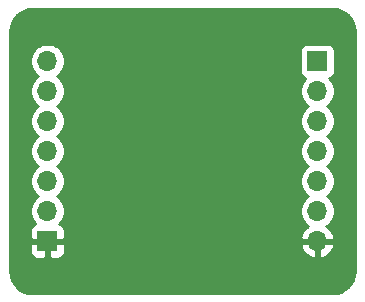
<source format=gbr>
%TF.GenerationSoftware,KiCad,Pcbnew,(5.1.10)-1*%
%TF.CreationDate,2021-06-13T21:16:24+02:00*%
%TF.ProjectId,esp_prog_uart_autoreset,6573705f-7072-46f6-975f-756172745f61,rev?*%
%TF.SameCoordinates,Original*%
%TF.FileFunction,Copper,L2,Bot*%
%TF.FilePolarity,Positive*%
%FSLAX46Y46*%
G04 Gerber Fmt 4.6, Leading zero omitted, Abs format (unit mm)*
G04 Created by KiCad (PCBNEW (5.1.10)-1) date 2021-06-13 21:16:24*
%MOMM*%
%LPD*%
G01*
G04 APERTURE LIST*
%TA.AperFunction,ComponentPad*%
%ADD10R,1.700000X1.700000*%
%TD*%
%TA.AperFunction,ComponentPad*%
%ADD11O,1.700000X1.700000*%
%TD*%
%TA.AperFunction,Conductor*%
%ADD12C,0.254000*%
%TD*%
%TA.AperFunction,Conductor*%
%ADD13C,0.100000*%
%TD*%
G04 APERTURE END LIST*
D10*
%TO.P,J2,1*%
%TO.N,POWER*%
X157480000Y-91440000D03*
D11*
%TO.P,J2,2*%
%TO.N,3.3V*%
X157480000Y-93980000D03*
%TO.P,J2,3*%
%TO.N,UART_TXD_2_ESP_RXD*%
X157480000Y-96520000D03*
%TO.P,J2,4*%
%TO.N,UART_RXD_2_ESP_TXD*%
X157480000Y-99060000D03*
%TO.P,J2,5*%
%TO.N,ESP_RESET*%
X157480000Y-101600000D03*
%TO.P,J2,6*%
%TO.N,ESP_GPIO0*%
X157480000Y-104140000D03*
%TO.P,J2,7*%
%TO.N,GND*%
X157480000Y-106680000D03*
%TD*%
D10*
%TO.P,J1,1*%
%TO.N,GND*%
X134620000Y-106680000D03*
D11*
%TO.P,J1,2*%
%TO.N,UART_DTR*%
X134620000Y-104140000D03*
%TO.P,J1,3*%
%TO.N,UART_RTS*%
X134620000Y-101600000D03*
%TO.P,J1,4*%
%TO.N,UART_RXD_2_ESP_TXD*%
X134620000Y-99060000D03*
%TO.P,J1,5*%
%TO.N,UART_TXD_2_ESP_RXD*%
X134620000Y-96520000D03*
%TO.P,J1,6*%
%TO.N,3.3V*%
X134620000Y-93980000D03*
%TO.P,J1,7*%
%TO.N,POWER*%
X134620000Y-91440000D03*
%TD*%
D12*
%TO.N,GND*%
X159114545Y-87058909D02*
X159465208Y-87164780D01*
X159788625Y-87336744D01*
X160072484Y-87568254D01*
X160305965Y-87850486D01*
X160480183Y-88172695D01*
X160588502Y-88522614D01*
X160630001Y-88917452D01*
X160630000Y-109187721D01*
X160591091Y-109584545D01*
X160485220Y-109935206D01*
X160313257Y-110258623D01*
X160081748Y-110542482D01*
X159799514Y-110775965D01*
X159477304Y-110950184D01*
X159127385Y-111058502D01*
X158732557Y-111100000D01*
X133382279Y-111100000D01*
X132985455Y-111061091D01*
X132634794Y-110955220D01*
X132311377Y-110783257D01*
X132027518Y-110551748D01*
X131794035Y-110269514D01*
X131619816Y-109947304D01*
X131511498Y-109597385D01*
X131470000Y-109202557D01*
X131470000Y-107530000D01*
X133131928Y-107530000D01*
X133144188Y-107654482D01*
X133180498Y-107774180D01*
X133239463Y-107884494D01*
X133318815Y-107981185D01*
X133415506Y-108060537D01*
X133525820Y-108119502D01*
X133645518Y-108155812D01*
X133770000Y-108168072D01*
X134334250Y-108165000D01*
X134493000Y-108006250D01*
X134493000Y-106807000D01*
X134747000Y-106807000D01*
X134747000Y-108006250D01*
X134905750Y-108165000D01*
X135470000Y-108168072D01*
X135594482Y-108155812D01*
X135714180Y-108119502D01*
X135824494Y-108060537D01*
X135921185Y-107981185D01*
X136000537Y-107884494D01*
X136059502Y-107774180D01*
X136095812Y-107654482D01*
X136108072Y-107530000D01*
X136105388Y-107036890D01*
X156038524Y-107036890D01*
X156083175Y-107184099D01*
X156208359Y-107446920D01*
X156382412Y-107680269D01*
X156598645Y-107875178D01*
X156848748Y-108024157D01*
X157123109Y-108121481D01*
X157353000Y-108000814D01*
X157353000Y-106807000D01*
X157607000Y-106807000D01*
X157607000Y-108000814D01*
X157836891Y-108121481D01*
X158111252Y-108024157D01*
X158361355Y-107875178D01*
X158577588Y-107680269D01*
X158751641Y-107446920D01*
X158876825Y-107184099D01*
X158921476Y-107036890D01*
X158800155Y-106807000D01*
X157607000Y-106807000D01*
X157353000Y-106807000D01*
X156159845Y-106807000D01*
X156038524Y-107036890D01*
X136105388Y-107036890D01*
X136105000Y-106965750D01*
X135946250Y-106807000D01*
X134747000Y-106807000D01*
X134493000Y-106807000D01*
X133293750Y-106807000D01*
X133135000Y-106965750D01*
X133131928Y-107530000D01*
X131470000Y-107530000D01*
X131470000Y-105830000D01*
X133131928Y-105830000D01*
X133135000Y-106394250D01*
X133293750Y-106553000D01*
X134493000Y-106553000D01*
X134493000Y-106533000D01*
X134747000Y-106533000D01*
X134747000Y-106553000D01*
X135946250Y-106553000D01*
X136105000Y-106394250D01*
X136108072Y-105830000D01*
X136095812Y-105705518D01*
X136059502Y-105585820D01*
X136000537Y-105475506D01*
X135921185Y-105378815D01*
X135824494Y-105299463D01*
X135714180Y-105240498D01*
X135641620Y-105218487D01*
X135773475Y-105086632D01*
X135935990Y-104843411D01*
X136047932Y-104573158D01*
X136105000Y-104286260D01*
X136105000Y-103993740D01*
X136047932Y-103706842D01*
X135935990Y-103436589D01*
X135773475Y-103193368D01*
X135566632Y-102986525D01*
X135392240Y-102870000D01*
X135566632Y-102753475D01*
X135773475Y-102546632D01*
X135935990Y-102303411D01*
X136047932Y-102033158D01*
X136105000Y-101746260D01*
X136105000Y-101453740D01*
X136047932Y-101166842D01*
X135935990Y-100896589D01*
X135773475Y-100653368D01*
X135566632Y-100446525D01*
X135392240Y-100330000D01*
X135566632Y-100213475D01*
X135773475Y-100006632D01*
X135935990Y-99763411D01*
X136047932Y-99493158D01*
X136105000Y-99206260D01*
X136105000Y-98913740D01*
X136047932Y-98626842D01*
X135935990Y-98356589D01*
X135773475Y-98113368D01*
X135566632Y-97906525D01*
X135392240Y-97790000D01*
X135566632Y-97673475D01*
X135773475Y-97466632D01*
X135935990Y-97223411D01*
X136047932Y-96953158D01*
X136105000Y-96666260D01*
X136105000Y-96373740D01*
X136047932Y-96086842D01*
X135935990Y-95816589D01*
X135773475Y-95573368D01*
X135566632Y-95366525D01*
X135392240Y-95250000D01*
X135566632Y-95133475D01*
X135773475Y-94926632D01*
X135935990Y-94683411D01*
X136047932Y-94413158D01*
X136105000Y-94126260D01*
X136105000Y-93833740D01*
X136047932Y-93546842D01*
X135935990Y-93276589D01*
X135773475Y-93033368D01*
X135566632Y-92826525D01*
X135392240Y-92710000D01*
X135566632Y-92593475D01*
X135773475Y-92386632D01*
X135935990Y-92143411D01*
X136047932Y-91873158D01*
X136105000Y-91586260D01*
X136105000Y-91293740D01*
X136047932Y-91006842D01*
X135935990Y-90736589D01*
X135838043Y-90590000D01*
X155991928Y-90590000D01*
X155991928Y-92290000D01*
X156004188Y-92414482D01*
X156040498Y-92534180D01*
X156099463Y-92644494D01*
X156178815Y-92741185D01*
X156275506Y-92820537D01*
X156385820Y-92879502D01*
X156458380Y-92901513D01*
X156326525Y-93033368D01*
X156164010Y-93276589D01*
X156052068Y-93546842D01*
X155995000Y-93833740D01*
X155995000Y-94126260D01*
X156052068Y-94413158D01*
X156164010Y-94683411D01*
X156326525Y-94926632D01*
X156533368Y-95133475D01*
X156707760Y-95250000D01*
X156533368Y-95366525D01*
X156326525Y-95573368D01*
X156164010Y-95816589D01*
X156052068Y-96086842D01*
X155995000Y-96373740D01*
X155995000Y-96666260D01*
X156052068Y-96953158D01*
X156164010Y-97223411D01*
X156326525Y-97466632D01*
X156533368Y-97673475D01*
X156707760Y-97790000D01*
X156533368Y-97906525D01*
X156326525Y-98113368D01*
X156164010Y-98356589D01*
X156052068Y-98626842D01*
X155995000Y-98913740D01*
X155995000Y-99206260D01*
X156052068Y-99493158D01*
X156164010Y-99763411D01*
X156326525Y-100006632D01*
X156533368Y-100213475D01*
X156707760Y-100330000D01*
X156533368Y-100446525D01*
X156326525Y-100653368D01*
X156164010Y-100896589D01*
X156052068Y-101166842D01*
X155995000Y-101453740D01*
X155995000Y-101746260D01*
X156052068Y-102033158D01*
X156164010Y-102303411D01*
X156326525Y-102546632D01*
X156533368Y-102753475D01*
X156707760Y-102870000D01*
X156533368Y-102986525D01*
X156326525Y-103193368D01*
X156164010Y-103436589D01*
X156052068Y-103706842D01*
X155995000Y-103993740D01*
X155995000Y-104286260D01*
X156052068Y-104573158D01*
X156164010Y-104843411D01*
X156326525Y-105086632D01*
X156533368Y-105293475D01*
X156715534Y-105415195D01*
X156598645Y-105484822D01*
X156382412Y-105679731D01*
X156208359Y-105913080D01*
X156083175Y-106175901D01*
X156038524Y-106323110D01*
X156159845Y-106553000D01*
X157353000Y-106553000D01*
X157353000Y-106533000D01*
X157607000Y-106533000D01*
X157607000Y-106553000D01*
X158800155Y-106553000D01*
X158921476Y-106323110D01*
X158876825Y-106175901D01*
X158751641Y-105913080D01*
X158577588Y-105679731D01*
X158361355Y-105484822D01*
X158244466Y-105415195D01*
X158426632Y-105293475D01*
X158633475Y-105086632D01*
X158795990Y-104843411D01*
X158907932Y-104573158D01*
X158965000Y-104286260D01*
X158965000Y-103993740D01*
X158907932Y-103706842D01*
X158795990Y-103436589D01*
X158633475Y-103193368D01*
X158426632Y-102986525D01*
X158252240Y-102870000D01*
X158426632Y-102753475D01*
X158633475Y-102546632D01*
X158795990Y-102303411D01*
X158907932Y-102033158D01*
X158965000Y-101746260D01*
X158965000Y-101453740D01*
X158907932Y-101166842D01*
X158795990Y-100896589D01*
X158633475Y-100653368D01*
X158426632Y-100446525D01*
X158252240Y-100330000D01*
X158426632Y-100213475D01*
X158633475Y-100006632D01*
X158795990Y-99763411D01*
X158907932Y-99493158D01*
X158965000Y-99206260D01*
X158965000Y-98913740D01*
X158907932Y-98626842D01*
X158795990Y-98356589D01*
X158633475Y-98113368D01*
X158426632Y-97906525D01*
X158252240Y-97790000D01*
X158426632Y-97673475D01*
X158633475Y-97466632D01*
X158795990Y-97223411D01*
X158907932Y-96953158D01*
X158965000Y-96666260D01*
X158965000Y-96373740D01*
X158907932Y-96086842D01*
X158795990Y-95816589D01*
X158633475Y-95573368D01*
X158426632Y-95366525D01*
X158252240Y-95250000D01*
X158426632Y-95133475D01*
X158633475Y-94926632D01*
X158795990Y-94683411D01*
X158907932Y-94413158D01*
X158965000Y-94126260D01*
X158965000Y-93833740D01*
X158907932Y-93546842D01*
X158795990Y-93276589D01*
X158633475Y-93033368D01*
X158501620Y-92901513D01*
X158574180Y-92879502D01*
X158684494Y-92820537D01*
X158781185Y-92741185D01*
X158860537Y-92644494D01*
X158919502Y-92534180D01*
X158955812Y-92414482D01*
X158968072Y-92290000D01*
X158968072Y-90590000D01*
X158955812Y-90465518D01*
X158919502Y-90345820D01*
X158860537Y-90235506D01*
X158781185Y-90138815D01*
X158684494Y-90059463D01*
X158574180Y-90000498D01*
X158454482Y-89964188D01*
X158330000Y-89951928D01*
X156630000Y-89951928D01*
X156505518Y-89964188D01*
X156385820Y-90000498D01*
X156275506Y-90059463D01*
X156178815Y-90138815D01*
X156099463Y-90235506D01*
X156040498Y-90345820D01*
X156004188Y-90465518D01*
X155991928Y-90590000D01*
X135838043Y-90590000D01*
X135773475Y-90493368D01*
X135566632Y-90286525D01*
X135323411Y-90124010D01*
X135053158Y-90012068D01*
X134766260Y-89955000D01*
X134473740Y-89955000D01*
X134186842Y-90012068D01*
X133916589Y-90124010D01*
X133673368Y-90286525D01*
X133466525Y-90493368D01*
X133304010Y-90736589D01*
X133192068Y-91006842D01*
X133135000Y-91293740D01*
X133135000Y-91586260D01*
X133192068Y-91873158D01*
X133304010Y-92143411D01*
X133466525Y-92386632D01*
X133673368Y-92593475D01*
X133847760Y-92710000D01*
X133673368Y-92826525D01*
X133466525Y-93033368D01*
X133304010Y-93276589D01*
X133192068Y-93546842D01*
X133135000Y-93833740D01*
X133135000Y-94126260D01*
X133192068Y-94413158D01*
X133304010Y-94683411D01*
X133466525Y-94926632D01*
X133673368Y-95133475D01*
X133847760Y-95250000D01*
X133673368Y-95366525D01*
X133466525Y-95573368D01*
X133304010Y-95816589D01*
X133192068Y-96086842D01*
X133135000Y-96373740D01*
X133135000Y-96666260D01*
X133192068Y-96953158D01*
X133304010Y-97223411D01*
X133466525Y-97466632D01*
X133673368Y-97673475D01*
X133847760Y-97790000D01*
X133673368Y-97906525D01*
X133466525Y-98113368D01*
X133304010Y-98356589D01*
X133192068Y-98626842D01*
X133135000Y-98913740D01*
X133135000Y-99206260D01*
X133192068Y-99493158D01*
X133304010Y-99763411D01*
X133466525Y-100006632D01*
X133673368Y-100213475D01*
X133847760Y-100330000D01*
X133673368Y-100446525D01*
X133466525Y-100653368D01*
X133304010Y-100896589D01*
X133192068Y-101166842D01*
X133135000Y-101453740D01*
X133135000Y-101746260D01*
X133192068Y-102033158D01*
X133304010Y-102303411D01*
X133466525Y-102546632D01*
X133673368Y-102753475D01*
X133847760Y-102870000D01*
X133673368Y-102986525D01*
X133466525Y-103193368D01*
X133304010Y-103436589D01*
X133192068Y-103706842D01*
X133135000Y-103993740D01*
X133135000Y-104286260D01*
X133192068Y-104573158D01*
X133304010Y-104843411D01*
X133466525Y-105086632D01*
X133598380Y-105218487D01*
X133525820Y-105240498D01*
X133415506Y-105299463D01*
X133318815Y-105378815D01*
X133239463Y-105475506D01*
X133180498Y-105585820D01*
X133144188Y-105705518D01*
X133131928Y-105830000D01*
X131470000Y-105830000D01*
X131470000Y-88932279D01*
X131508909Y-88535455D01*
X131614780Y-88184792D01*
X131786744Y-87861375D01*
X132018254Y-87577516D01*
X132300486Y-87344035D01*
X132622695Y-87169817D01*
X132972614Y-87061498D01*
X133367443Y-87020000D01*
X158717721Y-87020000D01*
X159114545Y-87058909D01*
%TA.AperFunction,Conductor*%
D13*
G36*
X159114545Y-87058909D02*
G01*
X159465208Y-87164780D01*
X159788625Y-87336744D01*
X160072484Y-87568254D01*
X160305965Y-87850486D01*
X160480183Y-88172695D01*
X160588502Y-88522614D01*
X160630001Y-88917452D01*
X160630000Y-109187721D01*
X160591091Y-109584545D01*
X160485220Y-109935206D01*
X160313257Y-110258623D01*
X160081748Y-110542482D01*
X159799514Y-110775965D01*
X159477304Y-110950184D01*
X159127385Y-111058502D01*
X158732557Y-111100000D01*
X133382279Y-111100000D01*
X132985455Y-111061091D01*
X132634794Y-110955220D01*
X132311377Y-110783257D01*
X132027518Y-110551748D01*
X131794035Y-110269514D01*
X131619816Y-109947304D01*
X131511498Y-109597385D01*
X131470000Y-109202557D01*
X131470000Y-107530000D01*
X133131928Y-107530000D01*
X133144188Y-107654482D01*
X133180498Y-107774180D01*
X133239463Y-107884494D01*
X133318815Y-107981185D01*
X133415506Y-108060537D01*
X133525820Y-108119502D01*
X133645518Y-108155812D01*
X133770000Y-108168072D01*
X134334250Y-108165000D01*
X134493000Y-108006250D01*
X134493000Y-106807000D01*
X134747000Y-106807000D01*
X134747000Y-108006250D01*
X134905750Y-108165000D01*
X135470000Y-108168072D01*
X135594482Y-108155812D01*
X135714180Y-108119502D01*
X135824494Y-108060537D01*
X135921185Y-107981185D01*
X136000537Y-107884494D01*
X136059502Y-107774180D01*
X136095812Y-107654482D01*
X136108072Y-107530000D01*
X136105388Y-107036890D01*
X156038524Y-107036890D01*
X156083175Y-107184099D01*
X156208359Y-107446920D01*
X156382412Y-107680269D01*
X156598645Y-107875178D01*
X156848748Y-108024157D01*
X157123109Y-108121481D01*
X157353000Y-108000814D01*
X157353000Y-106807000D01*
X157607000Y-106807000D01*
X157607000Y-108000814D01*
X157836891Y-108121481D01*
X158111252Y-108024157D01*
X158361355Y-107875178D01*
X158577588Y-107680269D01*
X158751641Y-107446920D01*
X158876825Y-107184099D01*
X158921476Y-107036890D01*
X158800155Y-106807000D01*
X157607000Y-106807000D01*
X157353000Y-106807000D01*
X156159845Y-106807000D01*
X156038524Y-107036890D01*
X136105388Y-107036890D01*
X136105000Y-106965750D01*
X135946250Y-106807000D01*
X134747000Y-106807000D01*
X134493000Y-106807000D01*
X133293750Y-106807000D01*
X133135000Y-106965750D01*
X133131928Y-107530000D01*
X131470000Y-107530000D01*
X131470000Y-105830000D01*
X133131928Y-105830000D01*
X133135000Y-106394250D01*
X133293750Y-106553000D01*
X134493000Y-106553000D01*
X134493000Y-106533000D01*
X134747000Y-106533000D01*
X134747000Y-106553000D01*
X135946250Y-106553000D01*
X136105000Y-106394250D01*
X136108072Y-105830000D01*
X136095812Y-105705518D01*
X136059502Y-105585820D01*
X136000537Y-105475506D01*
X135921185Y-105378815D01*
X135824494Y-105299463D01*
X135714180Y-105240498D01*
X135641620Y-105218487D01*
X135773475Y-105086632D01*
X135935990Y-104843411D01*
X136047932Y-104573158D01*
X136105000Y-104286260D01*
X136105000Y-103993740D01*
X136047932Y-103706842D01*
X135935990Y-103436589D01*
X135773475Y-103193368D01*
X135566632Y-102986525D01*
X135392240Y-102870000D01*
X135566632Y-102753475D01*
X135773475Y-102546632D01*
X135935990Y-102303411D01*
X136047932Y-102033158D01*
X136105000Y-101746260D01*
X136105000Y-101453740D01*
X136047932Y-101166842D01*
X135935990Y-100896589D01*
X135773475Y-100653368D01*
X135566632Y-100446525D01*
X135392240Y-100330000D01*
X135566632Y-100213475D01*
X135773475Y-100006632D01*
X135935990Y-99763411D01*
X136047932Y-99493158D01*
X136105000Y-99206260D01*
X136105000Y-98913740D01*
X136047932Y-98626842D01*
X135935990Y-98356589D01*
X135773475Y-98113368D01*
X135566632Y-97906525D01*
X135392240Y-97790000D01*
X135566632Y-97673475D01*
X135773475Y-97466632D01*
X135935990Y-97223411D01*
X136047932Y-96953158D01*
X136105000Y-96666260D01*
X136105000Y-96373740D01*
X136047932Y-96086842D01*
X135935990Y-95816589D01*
X135773475Y-95573368D01*
X135566632Y-95366525D01*
X135392240Y-95250000D01*
X135566632Y-95133475D01*
X135773475Y-94926632D01*
X135935990Y-94683411D01*
X136047932Y-94413158D01*
X136105000Y-94126260D01*
X136105000Y-93833740D01*
X136047932Y-93546842D01*
X135935990Y-93276589D01*
X135773475Y-93033368D01*
X135566632Y-92826525D01*
X135392240Y-92710000D01*
X135566632Y-92593475D01*
X135773475Y-92386632D01*
X135935990Y-92143411D01*
X136047932Y-91873158D01*
X136105000Y-91586260D01*
X136105000Y-91293740D01*
X136047932Y-91006842D01*
X135935990Y-90736589D01*
X135838043Y-90590000D01*
X155991928Y-90590000D01*
X155991928Y-92290000D01*
X156004188Y-92414482D01*
X156040498Y-92534180D01*
X156099463Y-92644494D01*
X156178815Y-92741185D01*
X156275506Y-92820537D01*
X156385820Y-92879502D01*
X156458380Y-92901513D01*
X156326525Y-93033368D01*
X156164010Y-93276589D01*
X156052068Y-93546842D01*
X155995000Y-93833740D01*
X155995000Y-94126260D01*
X156052068Y-94413158D01*
X156164010Y-94683411D01*
X156326525Y-94926632D01*
X156533368Y-95133475D01*
X156707760Y-95250000D01*
X156533368Y-95366525D01*
X156326525Y-95573368D01*
X156164010Y-95816589D01*
X156052068Y-96086842D01*
X155995000Y-96373740D01*
X155995000Y-96666260D01*
X156052068Y-96953158D01*
X156164010Y-97223411D01*
X156326525Y-97466632D01*
X156533368Y-97673475D01*
X156707760Y-97790000D01*
X156533368Y-97906525D01*
X156326525Y-98113368D01*
X156164010Y-98356589D01*
X156052068Y-98626842D01*
X155995000Y-98913740D01*
X155995000Y-99206260D01*
X156052068Y-99493158D01*
X156164010Y-99763411D01*
X156326525Y-100006632D01*
X156533368Y-100213475D01*
X156707760Y-100330000D01*
X156533368Y-100446525D01*
X156326525Y-100653368D01*
X156164010Y-100896589D01*
X156052068Y-101166842D01*
X155995000Y-101453740D01*
X155995000Y-101746260D01*
X156052068Y-102033158D01*
X156164010Y-102303411D01*
X156326525Y-102546632D01*
X156533368Y-102753475D01*
X156707760Y-102870000D01*
X156533368Y-102986525D01*
X156326525Y-103193368D01*
X156164010Y-103436589D01*
X156052068Y-103706842D01*
X155995000Y-103993740D01*
X155995000Y-104286260D01*
X156052068Y-104573158D01*
X156164010Y-104843411D01*
X156326525Y-105086632D01*
X156533368Y-105293475D01*
X156715534Y-105415195D01*
X156598645Y-105484822D01*
X156382412Y-105679731D01*
X156208359Y-105913080D01*
X156083175Y-106175901D01*
X156038524Y-106323110D01*
X156159845Y-106553000D01*
X157353000Y-106553000D01*
X157353000Y-106533000D01*
X157607000Y-106533000D01*
X157607000Y-106553000D01*
X158800155Y-106553000D01*
X158921476Y-106323110D01*
X158876825Y-106175901D01*
X158751641Y-105913080D01*
X158577588Y-105679731D01*
X158361355Y-105484822D01*
X158244466Y-105415195D01*
X158426632Y-105293475D01*
X158633475Y-105086632D01*
X158795990Y-104843411D01*
X158907932Y-104573158D01*
X158965000Y-104286260D01*
X158965000Y-103993740D01*
X158907932Y-103706842D01*
X158795990Y-103436589D01*
X158633475Y-103193368D01*
X158426632Y-102986525D01*
X158252240Y-102870000D01*
X158426632Y-102753475D01*
X158633475Y-102546632D01*
X158795990Y-102303411D01*
X158907932Y-102033158D01*
X158965000Y-101746260D01*
X158965000Y-101453740D01*
X158907932Y-101166842D01*
X158795990Y-100896589D01*
X158633475Y-100653368D01*
X158426632Y-100446525D01*
X158252240Y-100330000D01*
X158426632Y-100213475D01*
X158633475Y-100006632D01*
X158795990Y-99763411D01*
X158907932Y-99493158D01*
X158965000Y-99206260D01*
X158965000Y-98913740D01*
X158907932Y-98626842D01*
X158795990Y-98356589D01*
X158633475Y-98113368D01*
X158426632Y-97906525D01*
X158252240Y-97790000D01*
X158426632Y-97673475D01*
X158633475Y-97466632D01*
X158795990Y-97223411D01*
X158907932Y-96953158D01*
X158965000Y-96666260D01*
X158965000Y-96373740D01*
X158907932Y-96086842D01*
X158795990Y-95816589D01*
X158633475Y-95573368D01*
X158426632Y-95366525D01*
X158252240Y-95250000D01*
X158426632Y-95133475D01*
X158633475Y-94926632D01*
X158795990Y-94683411D01*
X158907932Y-94413158D01*
X158965000Y-94126260D01*
X158965000Y-93833740D01*
X158907932Y-93546842D01*
X158795990Y-93276589D01*
X158633475Y-93033368D01*
X158501620Y-92901513D01*
X158574180Y-92879502D01*
X158684494Y-92820537D01*
X158781185Y-92741185D01*
X158860537Y-92644494D01*
X158919502Y-92534180D01*
X158955812Y-92414482D01*
X158968072Y-92290000D01*
X158968072Y-90590000D01*
X158955812Y-90465518D01*
X158919502Y-90345820D01*
X158860537Y-90235506D01*
X158781185Y-90138815D01*
X158684494Y-90059463D01*
X158574180Y-90000498D01*
X158454482Y-89964188D01*
X158330000Y-89951928D01*
X156630000Y-89951928D01*
X156505518Y-89964188D01*
X156385820Y-90000498D01*
X156275506Y-90059463D01*
X156178815Y-90138815D01*
X156099463Y-90235506D01*
X156040498Y-90345820D01*
X156004188Y-90465518D01*
X155991928Y-90590000D01*
X135838043Y-90590000D01*
X135773475Y-90493368D01*
X135566632Y-90286525D01*
X135323411Y-90124010D01*
X135053158Y-90012068D01*
X134766260Y-89955000D01*
X134473740Y-89955000D01*
X134186842Y-90012068D01*
X133916589Y-90124010D01*
X133673368Y-90286525D01*
X133466525Y-90493368D01*
X133304010Y-90736589D01*
X133192068Y-91006842D01*
X133135000Y-91293740D01*
X133135000Y-91586260D01*
X133192068Y-91873158D01*
X133304010Y-92143411D01*
X133466525Y-92386632D01*
X133673368Y-92593475D01*
X133847760Y-92710000D01*
X133673368Y-92826525D01*
X133466525Y-93033368D01*
X133304010Y-93276589D01*
X133192068Y-93546842D01*
X133135000Y-93833740D01*
X133135000Y-94126260D01*
X133192068Y-94413158D01*
X133304010Y-94683411D01*
X133466525Y-94926632D01*
X133673368Y-95133475D01*
X133847760Y-95250000D01*
X133673368Y-95366525D01*
X133466525Y-95573368D01*
X133304010Y-95816589D01*
X133192068Y-96086842D01*
X133135000Y-96373740D01*
X133135000Y-96666260D01*
X133192068Y-96953158D01*
X133304010Y-97223411D01*
X133466525Y-97466632D01*
X133673368Y-97673475D01*
X133847760Y-97790000D01*
X133673368Y-97906525D01*
X133466525Y-98113368D01*
X133304010Y-98356589D01*
X133192068Y-98626842D01*
X133135000Y-98913740D01*
X133135000Y-99206260D01*
X133192068Y-99493158D01*
X133304010Y-99763411D01*
X133466525Y-100006632D01*
X133673368Y-100213475D01*
X133847760Y-100330000D01*
X133673368Y-100446525D01*
X133466525Y-100653368D01*
X133304010Y-100896589D01*
X133192068Y-101166842D01*
X133135000Y-101453740D01*
X133135000Y-101746260D01*
X133192068Y-102033158D01*
X133304010Y-102303411D01*
X133466525Y-102546632D01*
X133673368Y-102753475D01*
X133847760Y-102870000D01*
X133673368Y-102986525D01*
X133466525Y-103193368D01*
X133304010Y-103436589D01*
X133192068Y-103706842D01*
X133135000Y-103993740D01*
X133135000Y-104286260D01*
X133192068Y-104573158D01*
X133304010Y-104843411D01*
X133466525Y-105086632D01*
X133598380Y-105218487D01*
X133525820Y-105240498D01*
X133415506Y-105299463D01*
X133318815Y-105378815D01*
X133239463Y-105475506D01*
X133180498Y-105585820D01*
X133144188Y-105705518D01*
X133131928Y-105830000D01*
X131470000Y-105830000D01*
X131470000Y-88932279D01*
X131508909Y-88535455D01*
X131614780Y-88184792D01*
X131786744Y-87861375D01*
X132018254Y-87577516D01*
X132300486Y-87344035D01*
X132622695Y-87169817D01*
X132972614Y-87061498D01*
X133367443Y-87020000D01*
X158717721Y-87020000D01*
X159114545Y-87058909D01*
G37*
%TD.AperFunction*%
%TD*%
M02*

</source>
